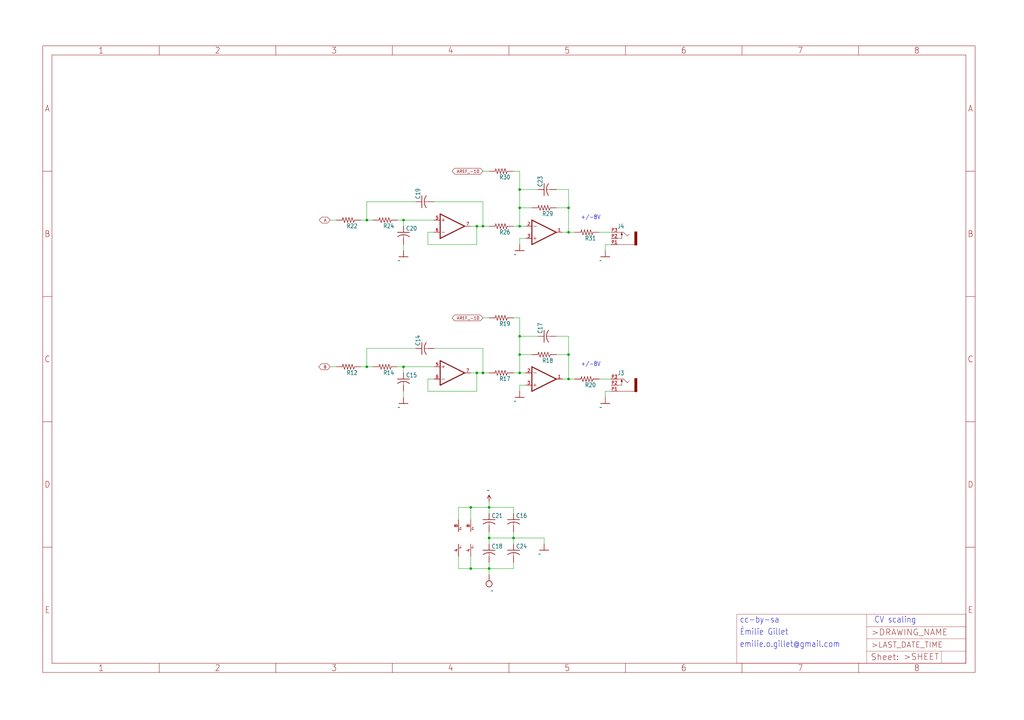
<source format=kicad_sch>
(kicad_sch (version 20211123) (generator eeschema)
  (paper "User" 425.45 299.161)
  (lib_symbols
    (symbol "peaks_v30-eagle-import:A3L-LOC"
      (symbol "A3L-LOC_0_0"
        (polyline (pts (xy 0 52.07) (xy 3.81 52.07)))
        (polyline (pts (xy 0 104.14) (xy 3.81 104.14)))
        (polyline (pts (xy 0 156.21) (xy 3.81 156.21)))
        (polyline (pts (xy 0 208.28) (xy 3.81 208.28)))
        (polyline (pts (xy 3.81 3.81) (xy 3.81 256.54)))
        (polyline (pts (xy 48.4188 0) (xy 48.4188 3.81)))
        (polyline (pts (xy 48.4188 256.54) (xy 48.4188 260.35)))
        (polyline (pts (xy 96.8375 0) (xy 96.8375 3.81)))
        (polyline (pts (xy 96.8375 256.54) (xy 96.8375 260.35)))
        (polyline (pts (xy 145.2563 0) (xy 145.2563 3.81)))
        (polyline (pts (xy 145.2563 256.54) (xy 145.2563 260.35)))
        (polyline (pts (xy 193.675 0) (xy 193.675 3.81)))
        (polyline (pts (xy 193.675 256.54) (xy 193.675 260.35)))
        (polyline (pts (xy 242.0938 0) (xy 242.0938 3.81)))
        (polyline (pts (xy 242.0938 256.54) (xy 242.0938 260.35)))
        (polyline (pts (xy 290.5125 0) (xy 290.5125 3.81)))
        (polyline (pts (xy 290.5125 256.54) (xy 290.5125 260.35)))
        (polyline (pts (xy 338.9313 0) (xy 338.9313 3.81)))
        (polyline (pts (xy 338.9313 256.54) (xy 338.9313 260.35)))
        (polyline (pts (xy 383.54 3.81) (xy 3.81 3.81)))
        (polyline (pts (xy 383.54 3.81) (xy 383.54 256.54)))
        (polyline (pts (xy 383.54 52.07) (xy 387.35 52.07)))
        (polyline (pts (xy 383.54 104.14) (xy 387.35 104.14)))
        (polyline (pts (xy 383.54 156.21) (xy 387.35 156.21)))
        (polyline (pts (xy 383.54 208.28) (xy 387.35 208.28)))
        (polyline (pts (xy 383.54 256.54) (xy 3.81 256.54)))
        (polyline (pts (xy 0 0) (xy 387.35 0) (xy 387.35 260.35) (xy 0 260.35) (xy 0 0)))
        (text "1" (at 24.2094 1.905 0) (effects (font (size 2.54 2.286))))
        (text "1" (at 24.2094 258.445 0) (effects (font (size 2.54 2.286))))
        (text "2" (at 72.6281 1.905 0) (effects (font (size 2.54 2.286))))
        (text "2" (at 72.6281 258.445 0) (effects (font (size 2.54 2.286))))
        (text "3" (at 121.0469 1.905 0) (effects (font (size 2.54 2.286))))
        (text "3" (at 121.0469 258.445 0) (effects (font (size 2.54 2.286))))
        (text "4" (at 169.4656 1.905 0) (effects (font (size 2.54 2.286))))
        (text "4" (at 169.4656 258.445 0) (effects (font (size 2.54 2.286))))
        (text "5" (at 217.8844 1.905 0) (effects (font (size 2.54 2.286))))
        (text "5" (at 217.8844 258.445 0) (effects (font (size 2.54 2.286))))
        (text "6" (at 266.3031 1.905 0) (effects (font (size 2.54 2.286))))
        (text "6" (at 266.3031 258.445 0) (effects (font (size 2.54 2.286))))
        (text "7" (at 314.7219 1.905 0) (effects (font (size 2.54 2.286))))
        (text "7" (at 314.7219 258.445 0) (effects (font (size 2.54 2.286))))
        (text "8" (at 363.1406 1.905 0) (effects (font (size 2.54 2.286))))
        (text "8" (at 363.1406 258.445 0) (effects (font (size 2.54 2.286))))
        (text "A" (at 1.905 234.315 0) (effects (font (size 2.54 2.286))))
        (text "A" (at 385.445 234.315 0) (effects (font (size 2.54 2.286))))
        (text "B" (at 1.905 182.245 0) (effects (font (size 2.54 2.286))))
        (text "B" (at 385.445 182.245 0) (effects (font (size 2.54 2.286))))
        (text "C" (at 1.905 130.175 0) (effects (font (size 2.54 2.286))))
        (text "C" (at 385.445 130.175 0) (effects (font (size 2.54 2.286))))
        (text "D" (at 1.905 78.105 0) (effects (font (size 2.54 2.286))))
        (text "D" (at 385.445 78.105 0) (effects (font (size 2.54 2.286))))
        (text "E" (at 1.905 26.035 0) (effects (font (size 2.54 2.286))))
        (text "E" (at 385.445 26.035 0) (effects (font (size 2.54 2.286))))
      )
      (symbol "A3L-LOC_1_0"
        (polyline (pts (xy 288.29 3.81) (xy 288.29 24.13)) (stroke (width 0.1016)))
        (polyline (pts (xy 288.29 3.81) (xy 342.265 3.81)) (stroke (width 0.1016)))
        (polyline (pts (xy 288.29 24.13) (xy 342.265 24.13)) (stroke (width 0.1016)))
        (polyline (pts (xy 342.265 3.81) (xy 373.38 3.81)) (stroke (width 0.1016)))
        (polyline (pts (xy 342.265 8.89) (xy 342.265 3.81)) (stroke (width 0.1016)))
        (polyline (pts (xy 342.265 8.89) (xy 342.265 13.97)) (stroke (width 0.1016)))
        (polyline (pts (xy 342.265 13.97) (xy 342.265 19.05)) (stroke (width 0.1016)))
        (polyline (pts (xy 342.265 13.97) (xy 383.54 13.97)) (stroke (width 0.1016)))
        (polyline (pts (xy 342.265 19.05) (xy 342.265 24.13)) (stroke (width 0.1016)))
        (polyline (pts (xy 342.265 19.05) (xy 383.54 19.05)) (stroke (width 0.1016)))
        (polyline (pts (xy 342.265 24.13) (xy 383.54 24.13)) (stroke (width 0.1016)))
        (polyline (pts (xy 373.38 3.81) (xy 373.38 8.89)) (stroke (width 0.1016)))
        (polyline (pts (xy 373.38 3.81) (xy 383.54 3.81)) (stroke (width 0.1016)))
        (polyline (pts (xy 373.38 8.89) (xy 342.265 8.89)) (stroke (width 0.1016)))
        (polyline (pts (xy 373.38 8.89) (xy 383.54 8.89)) (stroke (width 0.1016)))
        (polyline (pts (xy 383.54 3.81) (xy 383.54 8.89)) (stroke (width 0.1016)))
        (polyline (pts (xy 383.54 8.89) (xy 383.54 13.97)) (stroke (width 0.1016)))
        (polyline (pts (xy 383.54 13.97) (xy 383.54 19.05)) (stroke (width 0.1016)))
        (polyline (pts (xy 383.54 19.05) (xy 383.54 24.13)) (stroke (width 0.1016)))
        (text ">DRAWING_NAME" (at 344.17 15.24 0) (effects (font (size 2.54 2.54)) (justify left bottom)))
        (text ">LAST_DATE_TIME" (at 344.17 10.16 0) (effects (font (size 2.286 2.286)) (justify left bottom)))
        (text ">SHEET" (at 357.505 5.08 0) (effects (font (size 2.54 2.54)) (justify left bottom)))
        (text "Sheet:" (at 343.916 4.953 0) (effects (font (size 2.54 2.54)) (justify left bottom)))
      )
    )
    (symbol "peaks_v30-eagle-import:C-USC0603"
      (property "Reference" "C" (at 1.016 0.635 0))
      (property "Value" "C-USC0603" (at 1.016 -4.191 0))
      (symbol "C-USC0603_1_0"
        (arc (start 0 -1.0161) (mid -1.302 -1.2303) (end -2.4668 -1.8504) (stroke (width 0.254)))
        (polyline (pts (xy -2.54 0) (xy 2.54 0)) (stroke (width 0.254)))
        (polyline (pts (xy 0 -1.016) (xy 0 -2.54)) (stroke (width 0.1524)))
        (arc (start 2.4892 -1.8542) (mid 1.3158 -1.2195) (end 0 -1) (stroke (width 0.254)))
        (pin passive line (at 0 2.54 270) (length 2.54) (name "1") (number "1"))
        (pin passive line (at 0 -5.08 90) (length 2.54) (name "2") (number "2"))
      )
    )
    (symbol "peaks_v30-eagle-import:GND" (power)
      (property "Value" "GND" (at -2.54 -2.54 0))
      (symbol "GND_1_0"
        (polyline (pts (xy -1.905 0) (xy 1.905 0)) (stroke (width 0.254)))
        (pin power_in line (at 0 2.54 270) (length 2.54) (name "GND") (number "1"))
      )
    )
    (symbol "peaks_v30-eagle-import:PJ301_THONKICONN6"
      (property "Reference" "J" (at -2.54 4.064 0))
      (symbol "PJ301_THONKICONN6_1_0"
        (polyline (pts (xy -2.54 -2.54) (xy 4.572 -2.54)) (stroke (width 0.1524)))
        (polyline (pts (xy -2.54 0) (xy -0.762 0)) (stroke (width 0.1524)))
        (polyline (pts (xy -2.54 2.54) (xy 0 2.54)) (stroke (width 0.1524)))
        (polyline (pts (xy -1.016 1.524) (xy -0.508 1.524)) (stroke (width 0.254)))
        (polyline (pts (xy -0.762 0) (xy -0.762 2.286)) (stroke (width 0.1524)))
        (polyline (pts (xy -0.762 2.286) (xy -1.016 1.524)) (stroke (width 0.254)))
        (polyline (pts (xy -0.508 1.524) (xy -0.762 2.286)) (stroke (width 0.254)))
        (polyline (pts (xy 0 2.54) (xy 1.524 1.016)) (stroke (width 0.1524)))
        (polyline (pts (xy 1.524 1.016) (xy 2.286 1.778)) (stroke (width 0.1524)))
        (rectangle (start 4.572 2.794) (end 5.588 -2.794) (fill (type outline)))
        (pin passive line (at -5.08 -2.54 0) (length 2.54) (name "1") (number "P1"))
        (pin passive line (at -5.08 0 0) (length 2.54) (name "2") (number "P2"))
        (pin passive line (at -5.08 2.54 0) (length 2.54) (name "3") (number "P3"))
      )
    )
    (symbol "peaks_v30-eagle-import:R-US_R0603"
      (property "Reference" "R" (at -3.81 1.4986 0))
      (property "Value" "R-US_R0603" (at -3.81 -3.302 0))
      (symbol "R-US_R0603_1_0"
        (polyline (pts (xy -2.54 0) (xy -2.159 1.016)) (stroke (width 0.2032)))
        (polyline (pts (xy -2.159 1.016) (xy -1.524 -1.016)) (stroke (width 0.2032)))
        (polyline (pts (xy -1.524 -1.016) (xy -0.889 1.016)) (stroke (width 0.2032)))
        (polyline (pts (xy -0.889 1.016) (xy -0.254 -1.016)) (stroke (width 0.2032)))
        (polyline (pts (xy -0.254 -1.016) (xy 0.381 1.016)) (stroke (width 0.2032)))
        (polyline (pts (xy 0.381 1.016) (xy 1.016 -1.016)) (stroke (width 0.2032)))
        (polyline (pts (xy 1.016 -1.016) (xy 1.651 1.016)) (stroke (width 0.2032)))
        (polyline (pts (xy 1.651 1.016) (xy 2.286 -1.016)) (stroke (width 0.2032)))
        (polyline (pts (xy 2.286 -1.016) (xy 2.54 0)) (stroke (width 0.2032)))
        (pin passive line (at -5.08 0 0) (length 2.54) (name "1") (number "1"))
        (pin passive line (at 5.08 0 180) (length 2.54) (name "2") (number "2"))
      )
    )
    (symbol "peaks_v30-eagle-import:TL072D"
      (symbol "TL072D_1_0"
        (polyline (pts (xy -5.08 -5.08) (xy 5.08 0)) (stroke (width 0.4064)))
        (polyline (pts (xy -5.08 5.08) (xy -5.08 -5.08)) (stroke (width 0.4064)))
        (polyline (pts (xy -4.445 -2.54) (xy -3.175 -2.54)) (stroke (width 0.1524)))
        (polyline (pts (xy -4.445 2.54) (xy -3.175 2.54)) (stroke (width 0.1524)))
        (polyline (pts (xy -3.81 3.175) (xy -3.81 1.905)) (stroke (width 0.1524)))
        (polyline (pts (xy 5.08 0) (xy -5.08 5.08)) (stroke (width 0.4064)))
        (pin output line (at 7.62 0 180) (length 2.54) (name "OUT") (number "1"))
        (pin input line (at -7.62 -2.54 0) (length 2.54) (name "-IN") (number "2"))
        (pin input line (at -7.62 2.54 0) (length 2.54) (name "+IN") (number "3"))
      )
      (symbol "TL072D_2_0"
        (polyline (pts (xy -5.08 -5.08) (xy 5.08 0)) (stroke (width 0.4064)))
        (polyline (pts (xy -5.08 5.08) (xy -5.08 -5.08)) (stroke (width 0.4064)))
        (polyline (pts (xy -4.445 -2.54) (xy -3.175 -2.54)) (stroke (width 0.1524)))
        (polyline (pts (xy -4.445 2.54) (xy -3.175 2.54)) (stroke (width 0.1524)))
        (polyline (pts (xy -3.81 3.175) (xy -3.81 1.905)) (stroke (width 0.1524)))
        (polyline (pts (xy 5.08 0) (xy -5.08 5.08)) (stroke (width 0.4064)))
        (pin input line (at -7.62 2.54 0) (length 2.54) (name "+IN") (number "5"))
        (pin input line (at -7.62 -2.54 0) (length 2.54) (name "-IN") (number "6"))
        (pin output line (at 7.62 0 180) (length 2.54) (name "OUT") (number "7"))
      )
      (symbol "TL072D_3_0"
        (text "V+" (at 1.27 3.175 900) (effects (font (size 0.8128 0.6908)) (justify left bottom)))
        (text "V-" (at 1.27 -4.445 900) (effects (font (size 0.8128 0.6908)) (justify left bottom)))
        (pin power_in line (at 0 -7.62 90) (length 5.08) (name "V-") (number "4"))
        (pin power_in line (at 0 7.62 270) (length 5.08) (name "V+") (number "8"))
      )
    )
    (symbol "peaks_v30-eagle-import:VCC" (power)
      (property "Value" "VCC" (at -1.016 3.556 0))
      (symbol "VCC_1_0"
        (polyline (pts (xy 0 2.54) (xy -0.762 1.27)) (stroke (width 0.254)))
        (polyline (pts (xy 0.762 1.27) (xy 0 2.54)) (stroke (width 0.254)))
        (pin power_in line (at 0 0 90) (length 2.54) (name "VCC") (number "1"))
      )
    )
    (symbol "peaks_v30-eagle-import:VEE" (power)
      (property "Value" "VEE" (at -1.905 3.175 0))
      (symbol "VEE_1_0"
        (circle (center 0 1.27) (radius 1.27) (stroke (width 0.254)))
        (pin power_in line (at 0 -2.54 90) (length 2.54) (name "VEE") (number "1"))
      )
    )
  )
  (junction (at 152.4 91.44))
  (junction (at 203.2 223.52))
  (junction (at 195.58 236.22))
  (junction (at 167.64 152.4))
  (junction (at 236.22 157.48))
  (junction (at 200.66 93.98))
  (junction (at 236.22 147.32))
  (junction (at 215.9 78.74))
  (junction (at 215.9 147.32))
  (junction (at 236.22 96.52))
  (junction (at 198.12 93.98))
  (junction (at 152.4 152.4))
  (junction (at 198.12 154.94))
  (junction (at 215.9 93.98))
  (junction (at 200.66 154.94))
  (junction (at 203.2 210.82))
  (junction (at 215.9 154.94))
  (junction (at 215.9 139.7))
  (junction (at 215.9 86.36))
  (junction (at 195.58 210.82))
  (junction (at 167.64 91.44))
  (junction (at 203.2 236.22))
  (junction (at 213.36 223.52))
  (junction (at 236.22 86.36))
  (wire (pts (xy 149.86 91.44) (xy 152.4 91.44)))
  (wire (pts (xy 195.58 231.14) (xy 195.58 236.22)))
  (wire (pts (xy 203.2 236.22) (xy 213.36 236.22)))
  (wire (pts (xy 203.2 223.52) (xy 203.2 226.06)))
  (wire (pts (xy 251.46 101.6) (xy 251.46 104.14)))
  (wire (pts (xy 231.14 78.74) (xy 236.22 78.74)))
  (wire (pts (xy 215.9 86.36) (xy 215.9 93.98)))
  (wire (pts (xy 231.14 139.7) (xy 236.22 139.7)))
  (wire (pts (xy 215.9 139.7) (xy 215.9 147.32)))
  (wire (pts (xy 200.66 93.98) (xy 198.12 93.98)))
  (wire (pts (xy 167.64 162.56) (xy 167.64 165.1)))
  (wire (pts (xy 180.34 144.78) (xy 200.66 144.78)))
  (wire (pts (xy 220.98 147.32) (xy 215.9 147.32)))
  (wire (pts (xy 165.1 91.44) (xy 167.64 91.44)))
  (wire (pts (xy 167.64 91.44) (xy 180.34 91.44)))
  (wire (pts (xy 152.4 91.44) (xy 152.4 83.82)))
  (wire (pts (xy 213.36 132.08) (xy 215.9 132.08)))
  (wire (pts (xy 152.4 144.78) (xy 172.72 144.78)))
  (wire (pts (xy 233.68 96.52) (xy 236.22 96.52)))
  (wire (pts (xy 195.58 210.82) (xy 203.2 210.82)))
  (wire (pts (xy 180.34 83.82) (xy 200.66 83.82)))
  (wire (pts (xy 220.98 86.36) (xy 215.9 86.36)))
  (wire (pts (xy 190.5 210.82) (xy 190.5 215.9)))
  (wire (pts (xy 215.9 132.08) (xy 215.9 139.7)))
  (wire (pts (xy 213.36 223.52) (xy 226.06 223.52)))
  (wire (pts (xy 165.1 152.4) (xy 167.64 152.4)))
  (wire (pts (xy 203.2 220.98) (xy 203.2 223.52)))
  (wire (pts (xy 200.66 83.82) (xy 200.66 93.98)))
  (wire (pts (xy 195.58 210.82) (xy 190.5 210.82)))
  (wire (pts (xy 215.9 99.06) (xy 215.9 101.6)))
  (wire (pts (xy 254 96.52) (xy 248.92 96.52)))
  (wire (pts (xy 149.86 152.4) (xy 152.4 152.4)))
  (wire (pts (xy 215.9 71.12) (xy 215.9 78.74)))
  (wire (pts (xy 152.4 83.82) (xy 172.72 83.82)))
  (wire (pts (xy 215.9 93.98) (xy 218.44 93.98)))
  (wire (pts (xy 215.9 78.74) (xy 215.9 86.36)))
  (wire (pts (xy 167.64 154.94) (xy 167.64 152.4)))
  (wire (pts (xy 203.2 223.52) (xy 213.36 223.52)))
  (wire (pts (xy 200.66 132.08) (xy 203.2 132.08)))
  (wire (pts (xy 152.4 152.4) (xy 154.94 152.4)))
  (wire (pts (xy 198.12 93.98) (xy 195.58 93.98)))
  (wire (pts (xy 203.2 236.22) (xy 203.2 238.76)))
  (wire (pts (xy 203.2 233.68) (xy 203.2 236.22)))
  (wire (pts (xy 213.36 236.22) (xy 213.36 233.68)))
  (wire (pts (xy 198.12 101.6) (xy 198.12 93.98)))
  (wire (pts (xy 195.58 236.22) (xy 203.2 236.22)))
  (wire (pts (xy 177.8 157.48) (xy 177.8 162.56)))
  (wire (pts (xy 152.4 152.4) (xy 152.4 144.78)))
  (wire (pts (xy 177.8 101.6) (xy 198.12 101.6)))
  (wire (pts (xy 200.66 144.78) (xy 200.66 154.94)))
  (wire (pts (xy 167.64 152.4) (xy 180.34 152.4)))
  (wire (pts (xy 139.7 91.44) (xy 137.16 91.44)))
  (wire (pts (xy 213.36 93.98) (xy 215.9 93.98)))
  (wire (pts (xy 198.12 154.94) (xy 195.58 154.94)))
  (wire (pts (xy 236.22 147.32) (xy 236.22 157.48)))
  (wire (pts (xy 167.64 101.6) (xy 167.64 104.14)))
  (wire (pts (xy 190.5 236.22) (xy 190.5 231.14)))
  (wire (pts (xy 215.9 154.94) (xy 218.44 154.94)))
  (wire (pts (xy 223.52 139.7) (xy 215.9 139.7)))
  (wire (pts (xy 254 101.6) (xy 251.46 101.6)))
  (wire (pts (xy 223.52 78.74) (xy 215.9 78.74)))
  (wire (pts (xy 200.66 93.98) (xy 203.2 93.98)))
  (wire (pts (xy 167.64 93.98) (xy 167.64 91.44)))
  (wire (pts (xy 139.7 152.4) (xy 137.16 152.4)))
  (wire (pts (xy 215.9 160.02) (xy 215.9 162.56)))
  (wire (pts (xy 190.5 236.22) (xy 195.58 236.22)))
  (wire (pts (xy 203.2 210.82) (xy 203.2 208.28)))
  (wire (pts (xy 215.9 147.32) (xy 215.9 154.94)))
  (wire (pts (xy 254 157.48) (xy 248.92 157.48)))
  (wire (pts (xy 200.66 71.12) (xy 203.2 71.12)))
  (wire (pts (xy 213.36 220.98) (xy 213.36 223.52)))
  (wire (pts (xy 152.4 91.44) (xy 154.94 91.44)))
  (wire (pts (xy 200.66 154.94) (xy 203.2 154.94)))
  (wire (pts (xy 236.22 139.7) (xy 236.22 147.32)))
  (wire (pts (xy 231.14 147.32) (xy 236.22 147.32)))
  (wire (pts (xy 236.22 96.52) (xy 238.76 96.52)))
  (wire (pts (xy 203.2 213.36) (xy 203.2 210.82)))
  (wire (pts (xy 251.46 162.56) (xy 251.46 165.1)))
  (wire (pts (xy 236.22 78.74) (xy 236.22 86.36)))
  (wire (pts (xy 177.8 96.52) (xy 177.8 101.6)))
  (wire (pts (xy 213.36 210.82) (xy 213.36 213.36)))
  (wire (pts (xy 236.22 157.48) (xy 238.76 157.48)))
  (wire (pts (xy 254 162.56) (xy 251.46 162.56)))
  (wire (pts (xy 226.06 223.52) (xy 226.06 226.06)))
  (wire (pts (xy 218.44 99.06) (xy 215.9 99.06)))
  (wire (pts (xy 218.44 160.02) (xy 215.9 160.02)))
  (wire (pts (xy 236.22 86.36) (xy 236.22 96.52)))
  (wire (pts (xy 203.2 210.82) (xy 213.36 210.82)))
  (wire (pts (xy 198.12 162.56) (xy 198.12 154.94)))
  (wire (pts (xy 231.14 86.36) (xy 236.22 86.36)))
  (wire (pts (xy 233.68 157.48) (xy 236.22 157.48)))
  (wire (pts (xy 180.34 157.48) (xy 177.8 157.48)))
  (wire (pts (xy 213.36 223.52) (xy 213.36 226.06)))
  (wire (pts (xy 213.36 154.94) (xy 215.9 154.94)))
  (wire (pts (xy 213.36 71.12) (xy 215.9 71.12)))
  (wire (pts (xy 177.8 162.56) (xy 198.12 162.56)))
  (wire (pts (xy 200.66 154.94) (xy 198.12 154.94)))
  (wire (pts (xy 180.34 96.52) (xy 177.8 96.52)))
  (wire (pts (xy 195.58 215.9) (xy 195.58 210.82)))
  (text "emilie.o.gillet@gmail.com" (at 307.34 269.24 180) (effects (font (size 2.54 2.159)) (justify left bottom)))
  (text "cc-by-sa" (at 307.34 259.08 180) (effects (font (size 2.54 2.159)) (justify left bottom)))
  (text "Émilie Gillet" (at 307.34 264.16 180) (effects (font (size 2.54 2.159)) (justify left bottom)))
  (text "+/-8V" (at 241.3 152.4 180) (effects (font (size 1.778 1.5113)) (justify left bottom)))
  (text "+/-8V" (at 241.3 91.44 180) (effects (font (size 1.778 1.5113)) (justify left bottom)))
  (text "CV scaling" (at 363.22 259.08 180) (effects (font (size 2.54 2.159)) (justify left bottom)))
  (global_label "AREF_-10" (shape bidirectional) (at 200.66 71.12 180) (effects (font (size 1.2446 1.2446))) (property "Intersheet References" "${INTERSHEET_REFS}" (effects hide)))
  (global_label "AREF_-10" (shape bidirectional) (at 200.66 132.08 180) (effects (font (size 1.2446 1.2446))) (property "Intersheet References" "${INTERSHEET_REFS}" (effects hide)))
  (global_label "B" (shape bidirectional) (at 137.16 152.4 180) (effects (font (size 1.2446 1.2446))) (property "Intersheet References" "${INTERSHEET_REFS}" (effects hide)))
  (global_label "A" (shape bidirectional) (at 137.16 91.44 180) (effects (font (size 1.2446 1.2446))) (property "Intersheet References" "${INTERSHEET_REFS}" (effects hide)))
  (symbol (lib_id "peaks_v30-eagle-import:R-US_R0603") (at 208.28 132.08 180) (unit 1)
    (property "Reference" "R19" (at 212.09 133.5786 0) (effects (font (size 1.778 1.5113)) (justify left bottom)))
  )
  (symbol (lib_id "peaks_v30-eagle-import:TL072D") (at 187.96 154.94 0) (unit 2)
    (property "Reference" "IC4" (effects hide))
  )
  (symbol (lib_id "peaks_v30-eagle-import:R-US_R0603") (at 160.02 152.4 180) (unit 1)
    (property "Reference" "R14" (at 163.83 153.8986 0) (effects (font (size 1.778 1.5113)) (justify left bottom)))
  )
  (symbol (lib_id "peaks_v30-eagle-import:PJ301_THONKICONN6") (at 259.08 160.02 0) (unit 1)
    (property "Reference" "J3" (at 256.54 155.956 0) (effects (font (size 1.778 1.5113)) (justify left bottom)))
  )
  (symbol (lib_id "peaks_v30-eagle-import:GND") (at 215.9 165.1 0) (unit 1)
    (property "Reference" "#GND42" (effects hide))
  )
  (symbol (lib_id "peaks_v30-eagle-import:R-US_R0603") (at 208.28 154.94 180) (unit 1)
    (property "Reference" "R17" (at 212.09 156.4386 0) (effects (font (size 1.778 1.5113)) (justify left bottom)))
  )
  (symbol (lib_id "peaks_v30-eagle-import:C-USC0603") (at 226.06 78.74 90) (unit 1)
    (property "Reference" "C23" (at 225.425 77.724 0) (effects (font (size 1.778 1.5113)) (justify left bottom)))
  )
  (symbol (lib_id "peaks_v30-eagle-import:C-USC0603") (at 167.64 96.52 0) (unit 1)
    (property "Reference" "C20" (at 168.656 95.885 0) (effects (font (size 1.778 1.5113)) (justify left bottom)))
  )
  (symbol (lib_id "peaks_v30-eagle-import:R-US_R0603") (at 226.06 86.36 180) (unit 1)
    (property "Reference" "R29" (at 229.87 87.8586 0) (effects (font (size 1.778 1.5113)) (justify left bottom)))
  )
  (symbol (lib_id "peaks_v30-eagle-import:GND") (at 167.64 167.64 0) (unit 1)
    (property "Reference" "#GND38" (effects hide))
  )
  (symbol (lib_id "peaks_v30-eagle-import:TL072D") (at 195.58 223.52 0) (unit 3)
    (property "Reference" "IC4" (effects hide))
  )
  (symbol (lib_id "peaks_v30-eagle-import:C-USC0603") (at 175.26 83.82 90) (unit 1)
    (property "Reference" "C19" (at 174.625 82.804 0) (effects (font (size 1.778 1.5113)) (justify left bottom)))
  )
  (symbol (lib_id "peaks_v30-eagle-import:TL072D") (at 226.06 96.52 0) (mirror x) (unit 1)
    (property "Reference" "IC5" (effects hide))
  )
  (symbol (lib_id "peaks_v30-eagle-import:R-US_R0603") (at 226.06 147.32 180) (unit 1)
    (property "Reference" "R18" (at 229.87 148.8186 0) (effects (font (size 1.778 1.5113)) (justify left bottom)))
  )
  (symbol (lib_id "peaks_v30-eagle-import:C-USC0603") (at 203.2 215.9 0) (unit 1)
    (property "Reference" "C21" (at 204.216 215.265 0) (effects (font (size 1.778 1.5113)) (justify left bottom)))
  )
  (symbol (lib_id "peaks_v30-eagle-import:C-USC0603") (at 167.64 157.48 0) (unit 1)
    (property "Reference" "C15" (at 168.656 156.845 0) (effects (font (size 1.778 1.5113)) (justify left bottom)))
  )
  (symbol (lib_id "peaks_v30-eagle-import:R-US_R0603") (at 243.84 157.48 180) (unit 1)
    (property "Reference" "R20" (at 247.65 158.9786 0) (effects (font (size 1.778 1.5113)) (justify left bottom)))
  )
  (symbol (lib_id "peaks_v30-eagle-import:R-US_R0603") (at 160.02 91.44 180) (unit 1)
    (property "Reference" "R24" (at 163.83 92.9386 0) (effects (font (size 1.778 1.5113)) (justify left bottom)))
  )
  (symbol (lib_id "peaks_v30-eagle-import:R-US_R0603") (at 208.28 93.98 180) (unit 1)
    (property "Reference" "R26" (at 212.09 95.4786 0) (effects (font (size 1.778 1.5113)) (justify left bottom)))
  )
  (symbol (lib_id "peaks_v30-eagle-import:GND") (at 226.06 228.6 0) (unit 1)
    (property "Reference" "#GND44" (effects hide))
  )
  (symbol (lib_id "peaks_v30-eagle-import:C-USC0603") (at 213.36 228.6 0) (unit 1)
    (property "Reference" "C24" (at 214.376 227.965 0) (effects (font (size 1.778 1.5113)) (justify left bottom)))
  )
  (symbol (lib_id "peaks_v30-eagle-import:C-USC0603") (at 226.06 139.7 90) (unit 1)
    (property "Reference" "C17" (at 225.425 138.684 0) (effects (font (size 1.778 1.5113)) (justify left bottom)))
  )
  (symbol (lib_id "peaks_v30-eagle-import:C-USC0603") (at 203.2 228.6 0) (unit 1)
    (property "Reference" "C18" (at 204.216 227.965 0) (effects (font (size 1.778 1.5113)) (justify left bottom)))
  )
  (symbol (lib_id "peaks_v30-eagle-import:TL072D") (at 190.5 223.52 0) (unit 3)
    (property "Reference" "IC5" (effects hide))
  )
  (symbol (lib_id "peaks_v30-eagle-import:TL072D") (at 226.06 157.48 0) (mirror x) (unit 1)
    (property "Reference" "IC4" (effects hide))
  )
  (symbol (lib_id "peaks_v30-eagle-import:PJ301_THONKICONN6") (at 259.08 99.06 0) (unit 1)
    (property "Reference" "J4" (at 256.54 94.996 0) (effects (font (size 1.778 1.5113)) (justify left bottom)))
  )
  (symbol (lib_id "peaks_v30-eagle-import:GND") (at 251.46 106.68 0) (unit 1)
    (property "Reference" "#GND16" (effects hide))
  )
  (symbol (lib_id "peaks_v30-eagle-import:R-US_R0603") (at 208.28 71.12 180) (unit 1)
    (property "Reference" "R30" (at 212.09 72.6186 0) (effects (font (size 1.778 1.5113)) (justify left bottom)))
  )
  (symbol (lib_id "peaks_v30-eagle-import:R-US_R0603") (at 144.78 152.4 180) (unit 1)
    (property "Reference" "R12" (at 148.59 153.8986 0) (effects (font (size 1.778 1.5113)) (justify left bottom)))
  )
  (symbol (lib_id "peaks_v30-eagle-import:GND") (at 251.46 167.64 0) (unit 1)
    (property "Reference" "#GND14" (effects hide))
  )
  (symbol (lib_id "peaks_v30-eagle-import:VEE") (at 203.2 241.3 180) (unit 1)
    (property "Reference" "#SUPPLY4" (effects hide))
  )
  (symbol (lib_id "peaks_v30-eagle-import:C-USC0603") (at 175.26 144.78 90) (unit 1)
    (property "Reference" "C14" (at 174.625 143.764 0) (effects (font (size 1.778 1.5113)) (justify left bottom)))
  )
  (symbol (lib_id "peaks_v30-eagle-import:GND") (at 167.64 106.68 0) (unit 1)
    (property "Reference" "#GND15" (effects hide))
  )
  (symbol (lib_id "peaks_v30-eagle-import:R-US_R0603") (at 243.84 96.52 180) (unit 1)
    (property "Reference" "R31" (at 247.65 98.0186 0) (effects (font (size 1.778 1.5113)) (justify left bottom)))
  )
  (symbol (lib_id "peaks_v30-eagle-import:TL072D") (at 187.96 93.98 0) (unit 2)
    (property "Reference" "IC5" (effects hide))
  )
  (symbol (lib_id "peaks_v30-eagle-import:A3L-LOC") (at 17.78 279.4 0) (unit 1)
    (property "Reference" "#FRAME3" (effects hide))
  )
  (symbol (lib_id "peaks_v30-eagle-import:C-USC0603") (at 213.36 215.9 0) (unit 1)
    (property "Reference" "C16" (at 214.376 215.265 0) (effects (font (size 1.778 1.5113)) (justify left bottom)))
  )
  (symbol (lib_id "peaks_v30-eagle-import:VCC") (at 203.2 208.28 0) (unit 1)
    (property "Reference" "#P+6" (effects hide))
  )
  (symbol (lib_id "peaks_v30-eagle-import:R-US_R0603") (at 144.78 91.44 180) (unit 1)
    (property "Reference" "R22" (at 148.59 92.9386 0) (effects (font (size 1.778 1.5113)) (justify left bottom)))
  )
  (symbol (lib_id "peaks_v30-eagle-import:GND") (at 215.9 104.14 0) (unit 1)
    (property "Reference" "#GND17" (effects hide))
  )
)
</source>
